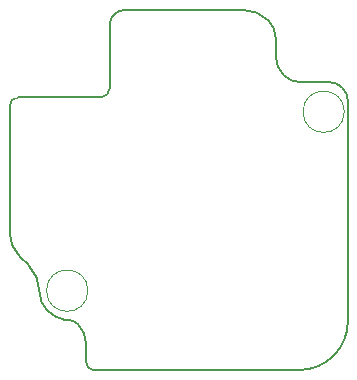
<source format=gm1>
G04*
G04 #@! TF.GenerationSoftware,Altium Limited,Altium Designer,23.1.1 (15)*
G04*
G04 Layer_Color=16711935*
%FSLAX44Y44*%
%MOMM*%
G71*
G04*
G04 #@! TF.SameCoordinates,B54EA911-69F6-478F-8CB3-DEBD2400B795*
G04*
G04*
G04 #@! TF.FilePolarity,Positive*
G04*
G01*
G75*
%ADD12C,0.1524*%
%ADD43C,0.1700*%
%ADD86C,0.1000*%
D12*
X1069340Y1010920D02*
Y1011174D01*
X1059180Y949960D02*
X1061720D01*
D43*
X1051814Y720598D02*
G03*
X1055493Y719074I3679J3679D01*
G01*
X1049274Y726730D02*
G03*
X1051814Y720598I8672J0D01*
G01*
X1049274Y741379D02*
G03*
X1042416Y757936I-23415J0D01*
G01*
D02*
G03*
X1034138Y761365I-8278J-8278D01*
G01*
X1016475Y769399D02*
G03*
X1031307Y761365I20929J20929D01*
G01*
X1009650Y785876D02*
G03*
X1016475Y769399I23302J0D01*
G01*
X1009650Y785876D02*
G03*
X1000670Y807556I-30661J0D01*
G01*
X984504Y835914D02*
G03*
X993125Y815101I29434J0D01*
G01*
X992124Y949960D02*
G03*
X984504Y942340I0J-7620D01*
G01*
X1229761Y719074D02*
G03*
X1271016Y760329I0J41255D01*
G01*
Y946658D02*
G03*
X1254760Y962914I-16256J0D01*
G01*
X1216660Y968502D02*
G03*
X1230151Y962914I13491J13491D01*
G01*
X1209802Y985059D02*
G03*
X1216660Y968502I23415J0D01*
G01*
X1209802Y1000395D02*
G03*
X1203796Y1014894I-20505J0D01*
G01*
D02*
G03*
X1182116Y1023874I-21680J-21680D01*
G01*
X1082040D02*
G03*
X1069340Y1011174I0J-12700D01*
G01*
X1061720Y949960D02*
G03*
X1069340Y957580I0J7620D01*
G01*
X1055493Y719074D02*
X1062990D01*
X1049274Y726730D02*
Y741379D01*
X1031307Y761365D02*
X1034138D01*
X993125Y815101D02*
X1000670Y807556D01*
X984504Y835914D02*
Y942340D01*
X992124Y949960D02*
X996732D01*
X1230151Y962914D02*
X1254760D01*
X1209802Y985059D02*
Y1000395D01*
X1167634Y1023874D02*
X1182116D01*
X1271016Y760329D02*
Y946658D01*
X1062990Y719074D02*
X1229761D01*
X1082040Y1023874D02*
X1167634D01*
X1069340Y957580D02*
Y1010920D01*
X996732Y949960D02*
X1059180D01*
D86*
X1050828Y786231D02*
G03*
X1050828Y786231I-17500J0D01*
G01*
X1267956Y937649D02*
G03*
X1267956Y937649I-17500J0D01*
G01*
M02*

</source>
